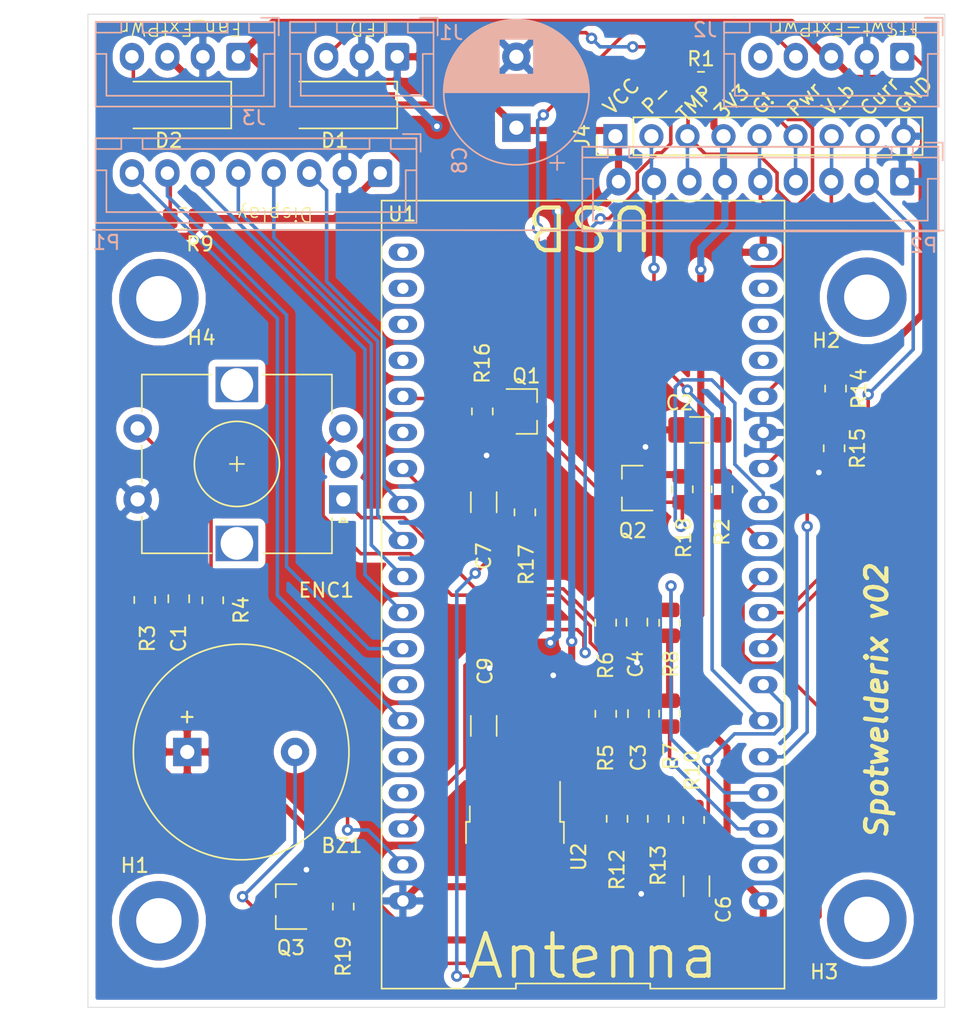
<source format=kicad_pcb>
(kicad_pcb (version 20171130) (host pcbnew "(5.1.9)-1")
  (title_block (title "Spotwelderix controlboard") (date 2021-01-30) (rev v01))
  (layers (0 F.Cu signal) (31 B.Cu signal) (34 B.Paste user) (35 F.Paste user) (36 B.SilkS user) (37 F.SilkS user) (38 B.Mask user) (39 F.Mask user) (44 Edge.Cuts user))
  (net 0 "")
  (net 1 "Net-(BZ1-Pad2)")
  (net 2 +5V)
  (net 3 GND)
  (net 4 VCC)
  (net 5 "Net-(P1-Pad8)")
  (net 6 "Net-(P1-Pad7)")
  (net 7 "Net-(P1-Pad6)")
  (net 8 "Net-(P1-Pad5)")
  (net 9 "Net-(P1-Pad4)")
  (net 10 "Net-(P1-Pad3)")
  (net 11 +3V3)
  (net 12 Dallas)
  (net 13 Gate_logic)
  (net 14 FAN)
  (net 15 BUZZ)
  (net 16 UI_RotEnc_Push)
  (net 17 UI_RotEnc_A)
  (net 18 UI_RotEnc_B)
  (net 19 "Net-(U1-Pad20)")
  (net 20 "Net-(U1-Pad21)")
  (net 21 "Net-(U1-Pad17)")
  (net 22 "Net-(U1-Pad22)")
  (net 23 "Net-(U1-Pad16)")
  (net 24 "Net-(U1-Pad32)")
  (net 25 "Net-(U1-Pad34)")
  (net 26 "Net-(U1-Pad35)")
  (net 27 "Net-(U1-Pad2)")
  (net 28 ExtPower)
  (net 29 LED)
  (net 30 FAN_GND)
  (net 31 "Net-(U1-Pad23)")
  (net 32 "Net-(U1-Pad25)")
  (net 33 "Net-(ENC1-PadA)")
  (net 34 "Net-(ENC1-PadB)")
  (net 35 "Net-(ENC1-PadS2)")
  (net 36 FootSwitch)
  (net 37 Shuntvoltage)
  (net 38 EnableSupply)
  (net 39 Vbat_ADC)
  (net 40 ChargerEna)
  (net 41 ProbeADC)
  (net 42 VCC_ADC)
  (net 43 ExtPWRADC)
  (net 44 "Net-(J2-Pad5)")
  (net 45 "Net-(J2-Pad4)")
  (net 46 "Net-(J2-Pad1)")
  (net 47 "Net-(U1-Pad18)")
  (net 48 "Net-(R2-Pad2)")
  (net 49 "Net-(R10-Pad2)")
  (module Rotary_Encoder:RotaryEncoder_Alps_EC12E-Switch_Vertical_H20mm (layer F.Cu) (at 43.2 54.2 180)
    (fp_text reference ENC1 (at 1.2 -6.4) (layer F.SilkS))
    (fp_text value "EC12D1524403 ")
    (pad S2 thru_hole circle (at 14.5 5 180) (size 2 2) (drill 1) (layers *.Cu *.Mask) (net 35 "Net-(ENC1-PadS2)"))
    (pad S1 thru_hole circle (at 14.5 0 180) (size 2 2) (drill 1) (layers *.Cu *.Mask) (net 3 GND))
    (pad MP thru_hole rect (at 7.5 8.1 180) (size 3 2.5) (drill 2.3) (layers *.Cu *.Mask))
    (pad MP thru_hole rect (at 7.5 -3.1 180) (size 3 2.5) (drill 2.3) (layers *.Cu *.Mask))
    (pad B thru_hole circle (at 0 5 180) (size 2 2) (drill 1) (layers *.Cu *.Mask) (net 34 "Net-(ENC1-PadB)"))
    (pad C thru_hole circle (at 0 2.5 180) (size 2 2) (drill 1) (layers *.Cu *.Mask) (net 3 GND))
    (pad A thru_hole rect (at 0 0 180) (size 2 2) (drill 1) (layers *.Cu *.Mask) (net 33 "Net-(ENC1-PadA)"))
  )
  (module Resistor_SMD:R_0805_2012Metric (layer F.Cu) (at 67.9 76.8 90)
    (fp_text reference R10 (at 3.5 -0.1 90) (layer F.SilkS))
    (fp_text value 47k)
    (pad 2 smd roundrect (at 0.9125 0 90) (size 1.025 1.4) (layers F.Cu F.Paste F.Mask) (roundrect_rratio 0.243902) (net 49 "Net-(R10-Pad2)"))
    (pad 1 smd roundrect (at -0.9125 0 90) (size 1.025 1.4) (layers F.Cu F.Paste F.Mask) (roundrect_rratio 0.243902) (net 42 VCC_ADC))
  )
  (module Connector_JST:JST_XH_B8B-XH-A_1x08_P2.50mm_Vertical (layer B.Cu) (at 45.8 31.2 180)
    (fp_text reference P1 (at 19.3 -4.9 180) (layer B.SilkS) (effects (justify mirror)))
    (fp_text value Display)
    (pad 8 thru_hole oval (at 17.5 0 180) (size 1.7 1.95) (drill 0.95) (layers *.Cu *.Mask) (net 5 "Net-(P1-Pad8)"))
    (pad 7 thru_hole oval (at 15 0 180) (size 1.7 1.95) (drill 0.95) (layers *.Cu *.Mask) (net 6 "Net-(P1-Pad7)"))
    (pad 6 thru_hole oval (at 12.5 0 180) (size 1.7 1.95) (drill 0.95) (layers *.Cu *.Mask) (net 7 "Net-(P1-Pad6)"))
    (pad 5 thru_hole oval (at 10 0 180) (size 1.7 1.95) (drill 0.95) (layers *.Cu *.Mask) (net 8 "Net-(P1-Pad5)"))
    (pad 4 thru_hole oval (at 7.5 0 180) (size 1.7 1.95) (drill 0.95) (layers *.Cu *.Mask) (net 9 "Net-(P1-Pad4)"))
    (pad 3 thru_hole oval (at 5 0 180) (size 1.7 1.95) (drill 0.95) (layers *.Cu *.Mask) (net 10 "Net-(P1-Pad3)"))
    (pad 2 thru_hole oval (at 2.5 0 180) (size 1.7 1.95) (drill 0.95) (layers *.Cu *.Mask) (net 3 GND))
    (pad 1 thru_hole roundrect (at 0 0 180) (size 1.7 1.95) (drill 0.95) (layers *.Cu *.Mask) (roundrect_rratio 0.147059) (net 11 +3V3))
  )
  (module Connector_JST:JST_XH_B5B-XH-A_1x05_P2.50mm_Vertical (layer B.Cu) (at 82.6 23 180)
    (fp_text reference J2 (at 13.9 1.9) (layer B.SilkS) (effects (justify mirror)))
    (fp_text value ChargerPower)
    (pad 5 thru_hole oval (at 10 0 180) (size 1.7 1.95) (drill 0.95) (layers *.Cu *.Mask) (net 44 "Net-(J2-Pad5)"))
    (pad 4 thru_hole oval (at 7.5 0 180) (size 1.7 1.95) (drill 0.95) (layers *.Cu *.Mask) (net 45 "Net-(J2-Pad4)"))
    (pad 3 thru_hole oval (at 5 0 180) (size 1.7 1.95) (drill 0.95) (layers *.Cu *.Mask) (net 28 ExtPower))
    (pad 2 thru_hole oval (at 2.5 0 180) (size 1.7 1.95) (drill 0.95) (layers *.Cu *.Mask) (net 3 GND))
    (pad 1 thru_hole roundrect (at 0 0 180) (size 1.7 1.95) (drill 0.95) (layers *.Cu *.Mask) (roundrect_rratio 0.147059) (net 46 "Net-(J2-Pad1)"))
  )
  (module Package_TO_SOT_SMD:TO-252-2 (layer F.Cu) (at 55.3 79.4 270)
    (fp_text reference U2 (at 0 -4.5 90) (layer F.SilkS))
    (fp_text value LM7805M_TO263)
    (pad 1 smd rect (at -4.2 -2.28 270) (size 2.2 1.2) (layers F.Cu F.Paste F.Mask) (net 4 VCC))
    (pad 3 smd rect (at -4.2 2.28 270) (size 2.2 1.2) (layers F.Cu F.Paste F.Mask) (net 2 +5V))
    (pad 2 smd rect (at 2.1 0 270) (size 6.4 5.8) (layers F.Cu F.Mask) (net 3 GND))
  )
  (module Resistor_SMD:R_0805_2012Metric (layer F.Cu) (at 43.2 82.9 90)
    (fp_text reference R19 (at -3.5 0 90) (layer F.SilkS))
    (fp_text value 10k)
    (pad 2 smd roundrect (at 0.9125 0 90) (size 1.025 1.4) (layers F.Cu F.Paste F.Mask) (roundrect_rratio 0.243902) (net 3 GND))
    (pad 1 smd roundrect (at -0.9125 0 90) (size 1.025 1.4) (layers F.Cu F.Paste F.Mask) (roundrect_rratio 0.243902) (net 15 BUZZ))
  )
  (module Resistor_SMD:R_0805_2012Metric (layer F.Cu) (at 67.1 53.4875 90)
    (fp_text reference R18 (at -3.4125 0.1 90) (layer F.SilkS))
    (fp_text value 10k)
    (pad 2 smd roundrect (at 0.9125 0 90) (size 1.025 1.4) (layers F.Cu F.Paste F.Mask) (roundrect_rratio 0.243902) (net 3 GND))
    (pad 1 smd roundrect (at -0.9125 0 90) (size 1.025 1.4) (layers F.Cu F.Paste F.Mask) (roundrect_rratio 0.243902) (net 14 FAN))
  )
  (module Resistor_SMD:R_0805_2012Metric (layer F.Cu) (at 53 48 270)
    (fp_text reference R16 (at -3.4 0 90) (layer F.SilkS))
    (fp_text value 10k)
    (pad 2 smd roundrect (at 0.9125 0 270) (size 1.025 1.4) (layers F.Cu F.Paste F.Mask) (roundrect_rratio 0.243902) (net 3 GND))
    (pad 1 smd roundrect (at -0.9125 0 270) (size 1.025 1.4) (layers F.Cu F.Paste F.Mask) (roundrect_rratio 0.243902) (net 40 ChargerEna))
  )
  (module Resistor_SMD:R_0805_2012Metric (layer F.Cu) (at 31.9125 34.4)
    (fp_text reference R9 (at 1.1875 1.8) (layer F.SilkS))
    (fp_text value 2.5k)
    (pad 2 smd roundrect (at 0.9125 0) (size 1.025 1.4) (layers F.Cu F.Paste F.Mask) (roundrect_rratio 0.243902) (net 11 +3V3))
    (pad 1 smd roundrect (at -0.9125 0) (size 1.025 1.4) (layers F.Cu F.Paste F.Mask) (roundrect_rratio 0.243902) (net 6 "Net-(P1-Pad7)"))
  )
  (module Resistor_SMD:R_0805_2012Metric (layer F.Cu) (at 66.2 62.9 270)
    (fp_text reference R8 (at 2.9 -0.1 90) (layer F.SilkS))
    (fp_text value 2.5k)
    (pad 2 smd roundrect (at 0.9125 0 270) (size 1.025 1.4) (layers F.Cu F.Paste F.Mask) (roundrect_rratio 0.243902) (net 11 +3V3))
    (pad 1 smd roundrect (at -0.9125 0 270) (size 1.025 1.4) (layers F.Cu F.Paste F.Mask) (roundrect_rratio 0.243902) (net 17 UI_RotEnc_A))
  )
  (module Resistor_SMD:R_0805_2012Metric (layer F.Cu) (at 66.2 69.3 90)
    (fp_text reference R7 (at -3 0.1 90) (layer F.SilkS))
    (fp_text value 2.5k)
    (pad 2 smd roundrect (at 0.9125 0 90) (size 1.025 1.4) (layers F.Cu F.Paste F.Mask) (roundrect_rratio 0.243902) (net 11 +3V3))
    (pad 1 smd roundrect (at -0.9125 0 90) (size 1.025 1.4) (layers F.Cu F.Paste F.Mask) (roundrect_rratio 0.243902) (net 18 UI_RotEnc_B))
  )
  (module Resistor_SMD:R_0805_2012Metric (layer F.Cu) (at 29.2 61.2875 90)
    (fp_text reference R3 (at -2.7125 0.2 90) (layer F.SilkS))
    (fp_text value 2.5k)
    (pad 2 smd roundrect (at 0.9125 0 90) (size 1.025 1.4) (layers F.Cu F.Paste F.Mask) (roundrect_rratio 0.243902) (net 11 +3V3))
    (pad 1 smd roundrect (at -0.9125 0 90) (size 1.025 1.4) (layers F.Cu F.Paste F.Mask) (roundrect_rratio 0.243902) (net 16 UI_RotEnc_Push))
  )
  (module Resistor_SMD:R_0805_2012Metric (layer F.Cu) (at 69.9 53.4875 270)
    (fp_text reference R2 (at 3.0125 0 90) (layer F.SilkS))
    (fp_text value 100)
    (pad 2 smd roundrect (at 0.9125 0 270) (size 1.025 1.4) (layers F.Cu F.Paste F.Mask) (roundrect_rratio 0.243902) (net 48 "Net-(R2-Pad2)"))
    (pad 1 smd roundrect (at -0.9125 0 270) (size 1.025 1.4) (layers F.Cu F.Paste F.Mask) (roundrect_rratio 0.243902) (net 13 Gate_logic))
  )
  (module Resistor_SMD:R_0805_2012Metric (layer F.Cu) (at 68.4125 24.8)
    (fp_text reference R1 (at 0 -1.65) (layer F.SilkS))
    (fp_text value 2.5k)
    (pad 2 smd roundrect (at 0.9125 0) (size 1.025 1.4) (layers F.Cu F.Paste F.Mask) (roundrect_rratio 0.243902) (net 11 +3V3))
    (pad 1 smd roundrect (at -0.9125 0) (size 1.025 1.4) (layers F.Cu F.Paste F.Mask) (roundrect_rratio 0.243902) (net 12 Dallas))
  )
  (module Connector_PinHeader_2.54mm:PinHeader_1x09_P2.54mm_Vertical (layer F.Cu) (at 62.38 28.6 90)
    (fp_text reference J4 (at 0 -2.33 90) (layer F.SilkS))
    (fp_text value Testpin)
    (pad 9 thru_hole oval (at 0 20.32 90) (size 1.7 1.7) (drill 1) (layers *.Cu *.Mask) (net 3 GND))
    (pad 8 thru_hole oval (at 0 17.78 90) (size 1.7 1.7) (drill 1) (layers *.Cu *.Mask) (net 37 Shuntvoltage))
    (pad 7 thru_hole oval (at 0 15.24 90) (size 1.7 1.7) (drill 1) (layers *.Cu *.Mask) (net 39 Vbat_ADC))
    (pad 6 thru_hole oval (at 0 12.7 90) (size 1.7 1.7) (drill 1) (layers *.Cu *.Mask) (net 38 EnableSupply))
    (pad 5 thru_hole oval (at 0 10.16 90) (size 1.7 1.7) (drill 1) (layers *.Cu *.Mask) (net 13 Gate_logic))
    (pad 4 thru_hole oval (at 0 7.62 90) (size 1.7 1.7) (drill 1) (layers *.Cu *.Mask) (net 11 +3V3))
    (pad 3 thru_hole oval (at 0 5.08 90) (size 1.7 1.7) (drill 1) (layers *.Cu *.Mask) (net 12 Dallas))
    (pad 2 thru_hole oval (at 0 2.54 90) (size 1.7 1.7) (drill 1) (layers *.Cu *.Mask) (net 41 ProbeADC))
    (pad 1 thru_hole rect (at 0 0 90) (size 1.7 1.7) (drill 1) (layers *.Cu *.Mask) (net 4 VCC))
  )
  (module Diode_SMD:D_SMA_Handsoldering (layer F.Cu) (at 30.9 26.4 180)
    (fp_text reference D2 (at 0 -2.5) (layer F.SilkS))
    (fp_text value D)
    (pad 2 smd rect (at 2.5 0 180) (size 3.5 1.8) (layers F.Cu F.Paste F.Mask) (net 30 FAN_GND))
    (pad 1 smd rect (at -2.5 0 180) (size 3.5 1.8) (layers F.Cu F.Paste F.Mask) (net 4 VCC))
  )
  (module Diode_SMD:D_SMA_Handsoldering (layer F.Cu) (at 42.6 26.4 180)
    (fp_text reference D1 (at 0 -2.5) (layer F.SilkS))
    (fp_text value D)
    (pad 2 smd rect (at 2.5 0 180) (size 3.5 1.8) (layers F.Cu F.Paste F.Mask) (net 28 ExtPower))
    (pad 1 smd rect (at -2.5 0 180) (size 3.5 1.8) (layers F.Cu F.Paste F.Mask) (net 4 VCC))
  )
  (module Capacitor_SMD:C_1206_3216Metric_Pad1.33x1.80mm_HandSolder (layer F.Cu) (at 53.1 70.1625 90)
    (fp_text reference C9 (at 3.8625 0.1 90) (layer F.SilkS))
    (fp_text value 10µ)
    (pad 2 smd roundrect (at 1.5625 0 90) (size 1.325 1.8) (layers F.Cu F.Paste F.Mask) (roundrect_rratio 0.188679) (net 3 GND))
    (pad 1 smd roundrect (at -1.5625 0 90) (size 1.325 1.8) (layers F.Cu F.Paste F.Mask) (roundrect_rratio 0.188679) (net 2 +5V))
  )
  (module Capacitor_SMD:C_1206_3216Metric_Pad1.33x1.80mm_HandSolder (layer F.Cu) (at 53.1 54.4 90)
    (fp_text reference C7 (at -3.8 0 90) (layer F.SilkS))
    (fp_text value 100p)
    (pad 2 smd roundrect (at 1.5625 0 90) (size 1.325 1.8) (layers F.Cu F.Paste F.Mask) (roundrect_rratio 0.188679) (net 3 GND))
    (pad 1 smd roundrect (at -1.5625 0 90) (size 1.325 1.8) (layers F.Cu F.Paste F.Mask) (roundrect_rratio 0.188679) (net 36 FootSwitch))
  )
  (module Capacitor_SMD:C_1206_3216Metric_Pad1.33x1.80mm_HandSolder (layer F.Cu) (at 68.1 81.4625 270)
    (fp_text reference C6 (at 1.6375 -1.9 90) (layer F.SilkS))
    (fp_text value 470p)
    (pad 2 smd roundrect (at 1.5625 0 270) (size 1.325 1.8) (layers F.Cu F.Paste F.Mask) (roundrect_rratio 0.188679) (net 3 GND))
    (pad 1 smd roundrect (at -1.5625 0 270) (size 1.325 1.8) (layers F.Cu F.Paste F.Mask) (roundrect_rratio 0.188679) (net 42 VCC_ADC))
  )
  (module Capacitor_SMD:C_1206_3216Metric_Pad1.33x1.80mm_HandSolder (layer F.Cu) (at 68.3375 49.3 180)
    (fp_text reference C2 (at 1.4375 1.9) (layer F.SilkS))
    (fp_text value 10n)
    (pad 2 smd roundrect (at 1.5625 0 180) (size 1.325 1.8) (layers F.Cu F.Paste F.Mask) (roundrect_rratio 0.188679) (net 3 GND))
    (pad 1 smd roundrect (at -1.5625 0 180) (size 1.325 1.8) (layers F.Cu F.Paste F.Mask) (roundrect_rratio 0.188679) (net 13 Gate_logic))
  )
  (module my_parts:ESP32_NODEMCU (layer F.Cu) (at 60.1 59.64 90)
    (fp_text reference U1 (at 25.55 -12.75) (layer F.SilkS))
    (fp_text value NodeMCU32)
    (pad 19 thru_hole oval (at 22.86 12.7 90) (size 1.2 2) (drill 0.8) (layers *.Cu *.Mask) (net 2 +5V))
    (pad 20 thru_hole oval (at 22.86 -12.7 90) (size 1.2 2) (drill 0.8) (layers *.Cu *.Mask) (net 19 "Net-(U1-Pad20)"))
    (pad 18 thru_hole oval (at 20.32 12.7 90) (size 1.2 2) (drill 0.8) (layers *.Cu *.Mask) (net 47 "Net-(U1-Pad18)"))
    (pad 21 thru_hole oval (at 20.32 -12.7 90) (size 1.2 2) (drill 0.8) (layers *.Cu *.Mask) (net 20 "Net-(U1-Pad21)"))
    (pad 17 thru_hole oval (at 17.78 12.7 90) (size 1.2 2) (drill 0.8) (layers *.Cu *.Mask) (net 21 "Net-(U1-Pad17)"))
    (pad 22 thru_hole oval (at 17.78 -12.7 90) (size 1.2 2) (drill 0.8) (layers *.Cu *.Mask) (net 22 "Net-(U1-Pad22)"))
    (pad 16 thru_hole oval (at 15.24 12.7 90) (size 1.2 2) (drill 0.8) (layers *.Cu *.Mask) (net 23 "Net-(U1-Pad16)"))
    (pad 23 thru_hole oval (at 15.24 -12.7 90) (size 1.2 2) (drill 0.8) (layers *.Cu *.Mask) (net 31 "Net-(U1-Pad23)"))
    (pad 15 thru_hole oval (at 12.7 12.7 90) (size 1.2 2) (drill 0.8) (layers *.Cu *.Mask) (net 12 Dallas))
    (pad 24 thru_hole oval (at 12.7 -12.7 90) (size 1.2 2) (drill 0.8) (layers *.Cu *.Mask) (net 40 ChargerEna))
    (pad 14 thru_hole oval (at 10.16 12.7 90) (size 1.2 2) (drill 0.8) (layers *.Cu *.Mask) (net 3 GND))
    (pad 25 thru_hole oval (at 10.16 -12.7 90) (size 1.2 2) (drill 0.8) (layers *.Cu *.Mask) (net 32 "Net-(U1-Pad25)"))
    (pad 13 thru_hole oval (at 7.62 12.7 90) (size 1.2 2) (drill 0.8) (layers *.Cu *.Mask) (net 29 LED))
    (pad 26 thru_hole oval (at 7.62 -12.7 90) (size 1.2 2) (drill 0.8) (layers *.Cu *.Mask) (net 36 FootSwitch))
    (pad 12 thru_hole oval (at 5.08 12.7 90) (size 1.2 2) (drill 0.8) (layers *.Cu *.Mask) (net 14 FAN))
    (pad 27 thru_hole oval (at 5.08 -12.7 90) (size 1.2 2) (drill 0.8) (layers *.Cu *.Mask) (net 10 "Net-(P1-Pad3)"))
    (pad 11 thru_hole oval (at 2.54 12.7 90) (size 1.2 2) (drill 0.8) (layers *.Cu *.Mask) (net 48 "Net-(R2-Pad2)"))
    (pad 28 thru_hole oval (at 2.54 -12.7 90) (size 1.2 2) (drill 0.8) (layers *.Cu *.Mask) (net 9 "Net-(P1-Pad4)"))
    (pad 10 thru_hole oval (at 0 12.7 90) (size 1.2 2) (drill 0.8) (layers *.Cu *.Mask) (net 15 BUZZ))
    (pad 29 thru_hole oval (at 0 -12.7 90) (size 1.2 2) (drill 0.8) (layers *.Cu *.Mask) (net 8 "Net-(P1-Pad5)"))
    (pad 9 thru_hole oval (at -2.54 12.7 90) (size 1.2 2) (drill 0.8) (layers *.Cu *.Mask) (net 43 ExtPWRADC))
    (pad 30 thru_hole oval (at -2.54 -12.7 90) (size 1.2 2) (drill 0.8) (layers *.Cu *.Mask) (net 7 "Net-(P1-Pad6)"))
    (pad 8 thru_hole oval (at -5.08 12.7 90) (size 1.2 2) (drill 0.8) (layers *.Cu *.Mask) (net 37 Shuntvoltage))
    (pad 31 thru_hole oval (at -5.08 -12.7 90) (size 1.2 2) (drill 0.8) (layers *.Cu *.Mask) (net 6 "Net-(P1-Pad7)"))
    (pad 7 thru_hole oval (at -7.62 12.7 90) (size 1.2 2) (drill 0.8) (layers *.Cu *.Mask) (net 42 VCC_ADC))
    (pad 32 thru_hole oval (at -7.62 -12.7 90) (size 1.2 2) (drill 0.8) (layers *.Cu *.Mask) (net 24 "Net-(U1-Pad32)"))
    (pad 6 thru_hole oval (at -10.16 12.7 90) (size 1.2 2) (drill 0.8) (layers *.Cu *.Mask) (net 41 ProbeADC))
    (pad 33 thru_hole oval (at -10.16 -12.7 90) (size 1.2 2) (drill 0.8) (layers *.Cu *.Mask) (net 5 "Net-(P1-Pad8)"))
    (pad 5 thru_hole oval (at -12.7 12.7 90) (size 1.2 2) (drill 0.8) (layers *.Cu *.Mask) (net 39 Vbat_ADC))
    (pad 34 thru_hole oval (at -12.7 -12.7 90) (size 1.2 2) (drill 0.8) (layers *.Cu *.Mask) (net 25 "Net-(U1-Pad34)"))
    (pad 4 thru_hole oval (at -15.24 12.7 90) (size 1.2 2) (drill 0.8) (layers *.Cu *.Mask) (net 17 UI_RotEnc_A))
    (pad 35 thru_hole oval (at -15.24 -12.7 90) (size 1.2 2) (drill 0.8) (layers *.Cu *.Mask) (net 26 "Net-(U1-Pad35)"))
    (pad 3 thru_hole oval (at -17.78 12.7 90) (size 1.2 2) (drill 0.8) (layers *.Cu *.Mask) (net 18 UI_RotEnc_B))
    (pad 36 thru_hole oval (at -17.78 -12.7 90) (size 1.2 2) (drill 0.8) (layers *.Cu *.Mask) (net 38 EnableSupply))
    (pad 2 thru_hole oval (at -20.32 12.7 90) (size 1.2 2) (drill 0.8) (layers *.Cu *.Mask) (net 27 "Net-(U1-Pad2)"))
    (pad 37 thru_hole oval (at -20.32 -12.7 90) (size 1.2 2) (drill 0.8) (layers *.Cu *.Mask) (net 16 UI_RotEnc_Push))
    (pad 1 thru_hole oval (at -22.86 12.7 90) (size 1.2 2) (drill 0.8) (layers *.Cu *.Mask) (net 11 +3V3))
    (pad 38 thru_hole oval (at -22.86 -12.7 90) (size 1.2 2) (drill 0.8) (layers *.Cu *.Mask) (net 3 GND))
  )
  (module Resistor_SMD:R_0805_2012Metric (layer F.Cu) (at 56 55.1125 270)
    (fp_text reference R17 (at 3.6875 -0.1 90) (layer F.SilkS))
    (fp_text value 100)
    (pad 2 smd roundrect (at 0.9125 0 270) (size 1.025 1.4) (layers F.Cu F.Paste F.Mask) (roundrect_rratio 0.2439014634146341) (net 46 "Net-(J2-Pad1)"))
    (pad 1 smd roundrect (at -0.9125 0 270) (size 1.025 1.4) (layers F.Cu F.Paste F.Mask) (roundrect_rratio 0.2439014634146341) (net 36 FootSwitch))
  )
  (module Resistor_SMD:R_0805_2012Metric (layer F.Cu) (at 77.8 50.6 270)
    (fp_text reference R15 (at 0 -1.65 90) (layer F.SilkS))
    (fp_text value 2.5k)
    (pad 2 smd roundrect (at 0.9125 0 270) (size 1.025 1.4) (layers F.Cu F.Paste F.Mask) (roundrect_rratio 0.2439014634146341) (net 3 GND))
    (pad 1 smd roundrect (at -0.9125 0 270) (size 1.025 1.4) (layers F.Cu F.Paste F.Mask) (roundrect_rratio 0.2439014634146341) (net 43 ExtPWRADC))
  )
  (module Resistor_SMD:R_0805_2012Metric (layer F.Cu) (at 77.9 46.3875 270)
    (fp_text reference R14 (at 0 -1.65 90) (layer F.SilkS))
    (fp_text value 15k)
    (pad 2 smd roundrect (at 0.9125 0 270) (size 1.025 1.4) (layers F.Cu F.Paste F.Mask) (roundrect_rratio 0.2439014634146341) (net 43 ExtPWRADC))
    (pad 1 smd roundrect (at -0.9125 0 270) (size 1.025 1.4) (layers F.Cu F.Paste F.Mask) (roundrect_rratio 0.2439014634146341) (net 28 ExtPower))
  )
  (module Package_TO_SOT_SMD:SOT-23 (layer F.Cu) (at 63.6 53.4 180)
    (fp_text reference Q2 (at 0 -3) (layer F.SilkS))
    (fp_text value AO3400A)
    (pad 3 smd rect (at 1 0 180) (size 0.9 0.8) (layers F.Cu F.Paste F.Mask) (net 30 FAN_GND))
    (pad 2 smd rect (at -1 0.95 180) (size 0.9 0.8) (layers F.Cu F.Paste F.Mask) (net 3 GND))
    (pad 1 smd rect (at -1 -0.95 180) (size 0.9 0.8) (layers F.Cu F.Paste F.Mask) (net 14 FAN))
  )
  (module Package_TO_SOT_SMD:SOT-23 (layer F.Cu) (at 39.2 82.9 180)
    (fp_text reference Q3 (at -0.3 -2.9) (layer F.SilkS))
    (fp_text value AO3400A)
    (pad 3 smd rect (at 1 0 180) (size 0.9 0.8) (layers F.Cu F.Paste F.Mask) (net 1 "Net-(BZ1-Pad2)"))
    (pad 2 smd rect (at -1 0.95 180) (size 0.9 0.8) (layers F.Cu F.Paste F.Mask) (net 3 GND))
    (pad 1 smd rect (at -1 -0.95 180) (size 0.9 0.8) (layers F.Cu F.Paste F.Mask) (net 15 BUZZ))
  )
  (module Package_TO_SOT_SMD:SOT-23 (layer F.Cu) (at 56.1 48)
    (fp_text reference Q1 (at 0 -2.5) (layer F.SilkS))
    (fp_text value AO3400A)
    (pad 3 smd rect (at 1 0) (size 0.9 0.8) (layers F.Cu F.Paste F.Mask) (net 45 "Net-(J2-Pad4)"))
    (pad 2 smd rect (at -1 0.95) (size 0.9 0.8) (layers F.Cu F.Paste F.Mask) (net 3 GND))
    (pad 1 smd rect (at -1 -0.95) (size 0.9 0.8) (layers F.Cu F.Paste F.Mask) (net 40 ChargerEna))
  )
  (module Connector_JST:JST_XH_B9B-XH-A_1x09_P2.50mm_Vertical (layer B.Cu) (at 82.6 31.8 180)
    (fp_text reference P2 (at -1.5 -4.5) (layer B.SilkS) (effects (justify mirror)))
    (fp_text value CONN_01X08)
    (pad 9 thru_hole oval (at 20 0 180) (size 1.7 1.95) (drill 0.95) (layers *.Cu *.Mask) (net 4 VCC))
    (pad 8 thru_hole oval (at 17.5 0 180) (size 1.7 1.95) (drill 0.95) (layers *.Cu *.Mask) (net 41 ProbeADC))
    (pad 7 thru_hole oval (at 15 0 180) (size 1.7 1.95) (drill 0.95) (layers *.Cu *.Mask) (net 12 Dallas))
    (pad 6 thru_hole oval (at 12.5 0 180) (size 1.7 1.95) (drill 0.95) (layers *.Cu *.Mask) (net 11 +3V3))
    (pad 5 thru_hole oval (at 10 0 180) (size 1.7 1.95) (drill 0.95) (layers *.Cu *.Mask) (net 13 Gate_logic))
    (pad 4 thru_hole oval (at 7.5 0 180) (size 1.7 1.95) (drill 0.95) (layers *.Cu *.Mask) (net 38 EnableSupply))
    (pad 3 thru_hole oval (at 5 0 180) (size 1.7 1.95) (drill 0.95) (layers *.Cu *.Mask) (net 39 Vbat_ADC))
    (pad 2 thru_hole oval (at 2.5 0 180) (size 1.7 1.95) (drill 0.95) (layers *.Cu *.Mask) (net 37 Shuntvoltage))
    (pad 1 thru_hole roundrect (at 0 0 180) (size 1.7 1.95) (drill 0.95) (layers *.Cu *.Mask) (roundrect_rratio 0.1470588235294118) (net 3 GND))
  )
  (module Connector_JST:JST_XH_B4B-XH-A_1x04_P2.50mm_Vertical (layer B.Cu) (at 35.8 23 180)
    (fp_text reference J3 (at -1.1 -4.3) (layer B.SilkS) (effects (justify mirror)))
    (fp_text value ExtPwr_FAn)
    (pad 4 thru_hole oval (at 7.5 0 180) (size 1.7 1.95) (drill 0.95) (layers *.Cu *.Mask) (net 30 FAN_GND))
    (pad 3 thru_hole oval (at 5 0 180) (size 1.7 1.95) (drill 0.95) (layers *.Cu *.Mask) (net 4 VCC))
    (pad 2 thru_hole oval (at 2.5 0 180) (size 1.7 1.95) (drill 0.95) (layers *.Cu *.Mask) (net 3 GND))
    (pad 1 thru_hole roundrect (at 0 0 180) (size 1.7 1.95) (drill 0.95) (layers *.Cu *.Mask) (roundrect_rratio 0.1470588235294118) (net 28 ExtPower))
  )
  (module Connector_JST:JST_XH_B3B-XH-A_1x03_P2.50mm_Vertical (layer B.Cu) (at 47 23 180)
    (fp_text reference J1 (at -3.8 1.7 180) (layer B.SilkS) (effects (justify mirror)))
    (fp_text value LEDs)
    (pad 3 thru_hole oval (at 5 0 180) (size 1.7 1.95) (drill 0.95) (layers *.Cu *.Mask) (net 29 LED))
    (pad 2 thru_hole oval (at 2.5 0 180) (size 1.7 1.95) (drill 0.95) (layers *.Cu *.Mask) (net 3 GND))
    (pad 1 thru_hole roundrect (at 0 0 180) (size 1.7 1.95) (drill 0.95) (layers *.Cu *.Mask) (roundrect_rratio 0.1470588235294118) (net 2 +5V))
  )
  (module Buzzer_Beeper:Buzzer_15x7.5RM7.6 (layer F.Cu) (at 32.2 72)
    (fp_text reference BZ1 (at 10.9 6.6) (layer F.SilkS))
    (fp_text value Buzzer)
    (fp_text user + (at -0.01 -2.54) (layer F.SilkS))
    (pad 2 thru_hole circle (at 7.6 0) (size 2 2) (drill 1) (layers *.Cu *.Mask) (net 1 "Net-(BZ1-Pad2)"))
    (pad 1 thru_hole rect (at 0 0) (size 2 2) (drill 1) (layers *.Cu *.Mask) (net 2 +5V))
  )
  (module Capacitor_THT:CP_Radial_D10.0mm_P5.00mm (layer B.Cu) (at 55.4 28 90)
    (fp_text reference C8 (at -2.3 -4 270) (layer B.SilkS) (effects (justify mirror)))
    (fp_text value 470µ)
    (pad 2 thru_hole circle (at 5 0 90) (size 2 2) (drill 1) (layers *.Cu *.Mask) (net 3 GND))
    (pad 1 thru_hole rect (at 0 0 90) (size 2 2) (drill 1) (layers *.Cu *.Mask) (net 4 VCC))
  )
  (module Resistor_SMD:R_0805_2012Metric (layer F.Cu) (at 34 61.3125 90)
    (fp_text reference R4 (at -0.6875 2 90) (layer F.SilkS))
    (fp_text value 100)
    (pad 2 smd roundrect (at 0.9125 0 90) (size 1.025 1.4) (layers F.Cu F.Paste F.Mask) (roundrect_rratio 0.2439014634146341) (net 35 "Net-(ENC1-PadS2)"))
    (pad 1 smd roundrect (at -0.9125 0 90) (size 1.025 1.4) (layers F.Cu F.Paste F.Mask) (roundrect_rratio 0.2439014634146341) (net 16 UI_RotEnc_Push))
  )
  (module Resistor_SMD:R_0805_2012Metric (layer F.Cu) (at 61.7 69.3125 90)
    (fp_text reference R5 (at -3.1125 0 90) (layer F.SilkS))
    (fp_text value 100)
    (pad 2 smd roundrect (at 0.9125 0 90) (size 1.025 1.4) (layers F.Cu F.Paste F.Mask) (roundrect_rratio 0.2439014634146341) (net 34 "Net-(ENC1-PadB)"))
    (pad 1 smd roundrect (at -0.9125 0 90) (size 1.025 1.4) (layers F.Cu F.Paste F.Mask) (roundrect_rratio 0.2439014634146341) (net 18 UI_RotEnc_B))
  )
  (module Capacitor_SMD:C_0805_2012Metric (layer F.Cu) (at 64 69.3 90)
    (fp_text reference C3 (at -3.1 0 90) (layer F.SilkS))
    (fp_text value 100p)
    (pad 2 smd roundrect (at 0.95 0 90) (size 1 1.45) (layers F.Cu F.Paste F.Mask) (net 3 GND))
    (pad 1 smd roundrect (at -0.95 0 90) (size 1 1.45) (layers F.Cu F.Paste F.Mask) (net 18 UI_RotEnc_B))
  )
  (module Capacitor_SMD:C_0805_2012Metric (layer F.Cu) (at 63.9 62.85 90)
    (fp_text reference C4 (at -2.95 -0.1 90) (layer F.SilkS))
    (fp_text value 100p)
    (pad 2 smd roundrect (at 0.95 0 90) (size 1 1.45) (layers F.Cu F.Paste F.Mask) (net 17 UI_RotEnc_A))
    (pad 1 smd roundrect (at -0.95 0 90) (size 1 1.45) (layers F.Cu F.Paste F.Mask) (net 3 GND))
  )
  (module Capacitor_SMD:C_0805_2012Metric (layer F.Cu) (at 31.6 61.2 90)
    (fp_text reference C1 (at -2.802 -0.008 90) (layer F.SilkS))
    (fp_text value 100p)
    (pad 2 smd roundrect (at 0.95 0 90) (size 1 1.45) (layers F.Cu F.Paste F.Mask) (net 3 GND))
    (pad 1 smd roundrect (at -0.95 0 90) (size 1 1.45) (layers F.Cu F.Paste F.Mask) (net 16 UI_RotEnc_Push))
  )
  (module Resistor_SMD:R_0805_2012Metric (layer F.Cu) (at 61.7 62.8875 270)
    (fp_text reference R6 (at 3.0125 0 90) (layer F.SilkS))
    (fp_text value 100)
    (pad 2 smd roundrect (at 0.9125 0 270) (size 1.025 1.4) (layers F.Cu F.Paste F.Mask) (roundrect_rratio 0.2439014634146341) (net 33 "Net-(ENC1-PadA)"))
    (pad 1 smd roundrect (at -0.9125 0 270) (size 1.025 1.4) (layers F.Cu F.Paste F.Mask) (roundrect_rratio 0.2439014634146341) (net 17 UI_RotEnc_A))
  )
  (module MountingHole:MountingHole_3.2mm_M3_DIN965_Pad_TopBottom (layer F.Cu) (at 80.1 83.8)
    (fp_text reference H3 (at -3 3.7) (layer F.SilkS))
    (fp_text value MountingHole)
    (pad 1 thru_hole circle (at 0 0) (size 3.6 3.6) (drill 3.2) (layers *.Cu *.Mask))
    (pad 1 connect circle (at 0 0) (size 5.6 5.6) (layers F.Cu F.Mask))
    (pad 1 connect circle (at 0 0) (size 5.6 5.6) (layers B.Cu B.Mask))
  )
  (module MountingHole:MountingHole_3.2mm_M3_DIN965_Pad_TopBottom (layer F.Cu) (at 30.2 83.9)
    (fp_text reference H1 (at -1.7 -3.9) (layer F.SilkS))
    (fp_text value MountingHole)
    (pad 1 thru_hole circle (at 0 0) (size 3.6 3.6) (drill 3.2) (layers *.Cu *.Mask))
    (pad 1 connect circle (at 0 0) (size 5.6 5.6) (layers F.Cu F.Mask))
    (pad 1 connect circle (at 0 0) (size 5.6 5.6) (layers B.Cu B.Mask))
  )
  (module MountingHole:MountingHole_3.2mm_M3_DIN965_Pad_TopBottom (layer F.Cu) (at 30.2 40.05)
    (fp_text reference H4 (at 3 2.75) (layer F.SilkS))
    (fp_text value MountingHole)
    (pad 1 thru_hole circle (at 0 0) (size 3.6 3.6) (drill 3.2) (layers *.Cu *.Mask))
    (pad 1 connect circle (at 0 0) (size 5.6 5.6) (layers F.Cu F.Mask))
    (pad 1 connect circle (at 0 0) (size 5.6 5.6) (layers B.Cu B.Mask))
  )
  (module MountingHole:MountingHole_3.2mm_M3_DIN965_Pad_TopBottom (layer F.Cu) (at 80.1 39.95)
    (fp_text reference H2 (at -2.85 3.05) (layer F.SilkS))
    (fp_text value MountingHole)
    (pad 1 thru_hole circle (at 0 0) (size 3.6 3.6) (drill 3.2) (layers *.Cu *.Mask))
    (pad 1 connect circle (at 0 0) (size 5.6 5.6) (layers F.Cu F.Mask))
    (pad 1 connect circle (at 0 0) (size 5.6 5.6) (layers B.Cu B.Mask))
  )
  (module Resistor_SMD:R_0805_2012Metric (layer F.Cu) (at 65.4 76.7125 270)
    (fp_text reference R13 (at 3.2875 0 90) (layer F.SilkS))
    (fp_text value 2.5k)
    (pad 2 smd roundrect (at 0.9125 0 270) (size 1.025 1.4) (layers F.Cu F.Paste F.Mask) (roundrect_rratio 0.2439014634146341) (net 3 GND))
    (pad 1 smd roundrect (at -0.9125 0 270) (size 1.025 1.4) (layers F.Cu F.Paste F.Mask) (roundrect_rratio 0.2439014634146341) (net 49 "Net-(R10-Pad2)"))
  )
  (module Resistor_SMD:R_0805_2012Metric (layer F.Cu) (at 62.5 76.7125 90)
    (fp_text reference R12 (at -3.5875 0 90) (layer F.SilkS))
    (fp_text value 15k)
    (pad 2 smd roundrect (at 0.9125 0 90) (size 1.025 1.4) (layers F.Cu F.Paste F.Mask) (roundrect_rratio 0.2439014634146341) (net 49 "Net-(R10-Pad2)"))
    (pad 1 smd roundrect (at -0.9125 0 90) (size 1.025 1.4) (layers F.Cu F.Paste F.Mask) (roundrect_rratio 0.2439014634146341) (net 4 VCC))
  )
  (gr_text USB (at 60.6 35 180) (layer F.SilkS) (effects (font (size 3 3) (thickness 0.3))))
  (gr_text Fan_ExtPWr (at 31.8 21 180) (layer F.SilkS) (effects (font (size 1 1) (thickness 0.1))))
  (gr_text GND (at 83.4 25.7 45) (layer F.SilkS) (effects (font (size 1 1))))
  (gr_text Curr (at 81 25.8 45) (layer F.SilkS) (effects (font (size 1 1))))
  (gr_text V_b (at 78.1 26 45) (layer F.SilkS) (effects (font (size 1 1))))
  (gr_text Pwr (at 75.7 26 45) (layer F.SilkS) (effects (font (size 1 1))))
  (gr_text G! (at 72.8 26.3 45) (layer F.SilkS) (effects (font (size 1 1))))
  (gr_text 3V3 (at 70.6 26.2 45) (layer F.SilkS) (effects (font (size 1 1))))
  (gr_text TMP (at 68 26.3 45) (layer F.SilkS) (effects (font (size 1 1))))
  (gr_text P- (at 65.3 26 45) (layer F.SilkS) (effects (font (size 1 1))))
  (gr_text VCC (at 62.8 25.8 45) (layer F.SilkS) (effects (font (size 1 1))))
  (gr_text LED (at 45 21 180) (layer F.SilkS) (effects (font (size 1 1) (thickness 0.1))))
  (gr_text FtSwt-ExtPwr (at 78.7 21 180) (layer F.SilkS) (effects (font (size 1 1) (thickness 0.1))))
  (gr_line (start 25.55 35.2) (end 85.5 35.25) (layer B.SilkS) (width 0.12))
  (gr_line (start 25.2 20) (end 25.2 90) (layer Edge.Cuts) (width 0.05))
  (gr_line (start 85.6 20) (end 25.2 20) (layer Edge.Cuts) (width 0.05))
  (gr_line (start 85.6 90) (end 85.6 20) (layer Edge.Cuts) (width 0.05))
  (gr_text Display (at 38.4 34.1 180) (layer F.SilkS) (effects (font (size 1 1) (thickness 0.1))))
  (gr_text "Antenna\n" (at 60.8 86.4) (layer F.SilkS) (effects (font (size 3 3) (thickness 0.3))))
  (gr_text "Spotwelderix v02\n" (at 80.8 68.4 90) (layer F.SilkS) (effects (font (size 1.5 1.5) (thickness 0.3) italic)))
  (gr_line (start 25.2 90) (end 85.6 90) (layer Edge.Cuts) (width 0.05))
  (via (at 36.1 82.2) (size 0.8) (drill 0.4) (layers F.Cu B.Cu) (net 1))
  (segment (start 36.8 82.9) (end 36.1 82.2) (width 0.25) (layer F.Cu) (net 1))
  (segment (start 38.2 82.9) (end 36.8 82.9) (width 0.25) (layer F.Cu) (net 1))
  (segment (start 39.8 78.5) (end 39.8 72) (width 0.25) (layer B.Cu) (net 1))
  (segment (start 36.1 82.2) (end 39.8 78.5) (width 0.25) (layer B.Cu) (net 1))
  (segment (start 72.8 36.78) (end 61.189998 36.78) (width 0.5) (layer F.Cu) (net 2))
  (via (at 57.8 64.3) (size 0.8) (drill 0.4) (layers F.Cu B.Cu) (net 2))
  (segment (start 54.55001 67.54999) (end 57.8 64.3) (width 0.5) (layer F.Cu) (net 2))
  (segment (start 54.55001 70.27499) (end 54.55001 67.54999) (width 0.5) (layer F.Cu) (net 2))
  (segment (start 53.1 71.725) (end 54.55001 70.27499) (width 0.5) (layer F.Cu) (net 2))
  (via (at 58.304999 33.895001) (size 0.8) (drill 0.4) (layers F.Cu B.Cu) (net 2))
  (segment (start 58.304999 63.795001) (end 58.304999 33.895001) (width 0.5) (layer B.Cu) (net 2))
  (segment (start 57.8 64.3) (end 58.304999 63.795001) (width 0.5) (layer B.Cu) (net 2))
  (segment (start 61.189998 36.78) (end 58.304999 33.895001) (width 0.5) (layer F.Cu) (net 2))
  (segment (start 58.304999 33.895001) (end 56.495001 33.895001) (width 0.5) (layer F.Cu) (net 2))
  (segment (start 36.321386 72) (end 32.2 72) (width 0.5) (layer F.Cu) (net 2))
  (segment (start 42.891396 78.57001) (end 36.321386 72) (width 0.5) (layer F.Cu) (net 2))
  (segment (start 49.64999 78.57001) (end 42.891396 78.57001) (width 0.5) (layer F.Cu) (net 2))
  (segment (start 53.02 75.2) (end 49.64999 78.57001) (width 0.5) (layer F.Cu) (net 2))
  (via (at 49.8 27.9) (size 0.8) (drill 0.4) (layers F.Cu B.Cu) (net 2))
  (segment (start 55.795001 33.895001) (end 49.8 27.9) (width 0.5) (layer F.Cu) (net 2))
  (segment (start 56.495001 33.895001) (end 55.795001 33.895001) (width 0.5) (layer F.Cu) (net 2))
  (segment (start 47 25.1) (end 47 23) (width 0.5) (layer B.Cu) (net 2))
  (segment (start 49.8 27.9) (end 47 25.1) (width 0.5) (layer B.Cu) (net 2))
  (via (at 53.3 51.1) (size 0.8) (drill 0.4) (layers F.Cu B.Cu) (net 3))
  (segment (start 53.1 51.3) (end 53.3 51.1) (width 0.5) (layer F.Cu) (net 3))
  (segment (start 53.1 52.8375) (end 53.1 51.3) (width 0.5) (layer F.Cu) (net 3))
  (segment (start 53 50.8) (end 53.3 51.1) (width 0.5) (layer F.Cu) (net 3))
  (segment (start 53 48.9125) (end 53 50.8) (width 0.5) (layer F.Cu) (net 3))
  (segment (start 53.0375 48.95) (end 53 48.9125) (width 0.5) (layer F.Cu) (net 3))
  (segment (start 55.1 48.95) (end 53.0375 48.95) (width 0.5) (layer F.Cu) (net 3))
  (segment (start 66.975 52.45) (end 67.1 52.575) (width 0.5) (layer F.Cu) (net 3))
  (segment (start 64.6 52.45) (end 66.975 52.45) (width 0.5) (layer F.Cu) (net 3))
  (via (at 64.5 50.5) (size 0.8) (drill 0.4) (layers F.Cu B.Cu) (net 3))
  (segment (start 64.6 50.6) (end 64.5 50.5) (width 0.5) (layer F.Cu) (net 3))
  (segment (start 64.6 52.45) (end 64.6 50.6) (width 0.5) (layer F.Cu) (net 3))
  (via (at 63.9 65.7) (size 0.8) (drill 0.4) (layers F.Cu B.Cu) (net 3))
  (segment (start 63.9 63.8) (end 63.9 65.7) (width 0.5) (layer F.Cu) (net 3))
  (segment (start 64 65.8) (end 63.9 65.7) (width 0.5) (layer F.Cu) (net 3))
  (segment (start 64 68.35) (end 64 65.8) (width 0.5) (layer F.Cu) (net 3))
  (via (at 58 66.6) (size 0.8) (drill 0.4) (layers F.Cu B.Cu) (net 3))
  (segment (start 57.7 66.9) (end 58 66.6) (width 0.5) (layer F.Cu) (net 3))
  (segment (start 57.7 68.575) (end 57.7 66.9) (width 0.5) (layer F.Cu) (net 3))
  (segment (start 53.1 66.5) (end 53.5 66.1) (width 0.5) (layer F.Cu) (net 3))
  (via (at 53.5 66.1) (size 0.8) (drill 0.4) (layers F.Cu B.Cu) (net 3))
  (segment (start 53.1 68.6) (end 53.1 66.5) (width 0.5) (layer F.Cu) (net 3))
  (segment (start 48.4 81.5) (end 47.4 82.5) (width 0.5) (layer F.Cu) (net 3))
  (segment (start 55.3 81.5) (end 48.4 81.5) (width 0.5) (layer F.Cu) (net 3))
  (segment (start 61.525 81.5) (end 65.4 77.625) (width 0.5) (layer F.Cu) (net 3))
  (segment (start 55.3 81.5) (end 61.525 81.5) (width 0.5) (layer F.Cu) (net 3))
  (via (at 64.2 82) (size 0.8) (drill 0.4) (layers F.Cu B.Cu) (net 3))
  (segment (start 63.7 81.5) (end 64.2 82) (width 0.5) (layer F.Cu) (net 3))
  (segment (start 61.525 81.5) (end 63.7 81.5) (width 0.5) (layer F.Cu) (net 3))
  (segment (start 31.6 57.1) (end 28.7 54.2) (width 0.5) (layer F.Cu) (net 3))
  (segment (start 31.6 60.25) (end 31.6 57.1) (width 0.5) (layer F.Cu) (net 3))
  (segment (start 43.1625 81.95) (end 43.2 81.9875) (width 0.5) (layer F.Cu) (net 3))
  (segment (start 40.2 81.95) (end 43.1625 81.95) (width 0.5) (layer F.Cu) (net 3))
  (via (at 40.6 80.3) (size 0.8) (drill 0.4) (layers F.Cu B.Cu) (net 3))
  (segment (start 40.2 80.7) (end 40.6 80.3) (width 0.5) (layer F.Cu) (net 3))
  (segment (start 40.2 81.95) (end 40.2 80.7) (width 0.5) (layer F.Cu) (net 3))
  (segment (start 77.7 51.6125) (end 77.8 51.5125) (width 0.5) (layer F.Cu) (net 3))
  (via (at 76.725 52.3) (size 0.8) (drill 0.4) (layers F.Cu B.Cu) (net 3))
  (segment (start 77.5125 51.5125) (end 76.725 52.3) (width 0.5) (layer F.Cu) (net 3))
  (segment (start 77.8 51.5125) (end 77.5125 51.5125) (width 0.5) (layer F.Cu) (net 3))
  (segment (start 52.900001 50.700001) (end 53.3 51.1) (width 0.5) (layer F.Cu) (net 3))
  (segment (start 65.7 49.3) (end 64.5 50.5) (width 0.5) (layer F.Cu) (net 3))
  (segment (start 66.775 49.3) (end 65.7 49.3) (width 0.5) (layer F.Cu) (net 3))
  (segment (start 65.225 83.025) (end 64.2 82) (width 0.25) (layer F.Cu) (net 3))
  (segment (start 68.1 83.025) (end 65.225 83.025) (width 0.25) (layer F.Cu) (net 3))
  (segment (start 57.58 71.82) (end 57.7 71.7) (width 0.5) (layer F.Cu) (net 4))
  (segment (start 57.58 75.2) (end 57.58 71.82) (width 0.5) (layer F.Cu) (net 4))
  (via (at 59.3 64.2) (size 0.8) (drill 0.4) (layers F.Cu B.Cu) (net 4))
  (segment (start 59.3 70.1) (end 59.3 64.2) (width 0.5) (layer F.Cu) (net 4))
  (segment (start 57.7 71.7) (end 59.3 70.1) (width 0.5) (layer F.Cu) (net 4))
  (segment (start 59.3 35.1) (end 62.6 31.8) (width 0.5) (layer B.Cu) (net 4))
  (segment (start 59.3 64.2) (end 59.3 35.1) (width 0.5) (layer B.Cu) (net 4))
  (segment (start 60.005 77.625) (end 62.5 77.625) (width 0.5) (layer F.Cu) (net 4))
  (segment (start 57.58 75.2) (end 60.005 77.625) (width 0.5) (layer F.Cu) (net 4))
  (segment (start 62.6 28.58) (end 62.22 28.2) (width 0.5) (layer F.Cu) (net 4))
  (segment (start 62.6 31.8) (end 62.6 28.58) (width 0.5) (layer F.Cu) (net 4))
  (segment (start 55.6 28.2) (end 55.4 28) (width 0.5) (layer F.Cu) (net 4))
  (segment (start 62.22 28.2) (end 55.6 28.2) (width 0.5) (layer F.Cu) (net 4))
  (segment (start 33.4 25.6) (end 30.8 23) (width 0.5) (layer F.Cu) (net 4))
  (segment (start 33.4 26.4) (end 33.4 25.6) (width 0.5) (layer F.Cu) (net 4))
  (segment (start 43.649999 27.850001) (end 45.1 26.4) (width 0.5) (layer F.Cu) (net 4))
  (segment (start 34.850001 27.850001) (end 43.649999 27.850001) (width 0.5) (layer F.Cu) (net 4))
  (segment (start 33.4 26.4) (end 34.850001 27.850001) (width 0.5) (layer F.Cu) (net 4))
  (segment (start 53.8 26.4) (end 55.4 28) (width 0.5) (layer F.Cu) (net 4))
  (segment (start 45.1 26.4) (end 53.8 26.4) (width 0.5) (layer F.Cu) (net 4))
  (segment (start 38.55 41.45) (end 28.3 31.2) (width 0.25) (layer B.Cu) (net 5))
  (segment (start 38.55 60.95) (end 40.4 62.8) (width 0.25) (layer B.Cu) (net 5))
  (segment (start 38.55 41.45) (end 38.55 60.95) (width 0.25) (layer B.Cu) (net 5))
  (segment (start 47.4 69.8) (end 40.4 62.8) (width 0.25) (layer B.Cu) (net 5))
  (segment (start 30.8 31.2) (end 30.8 32.8) (width 0.25) (layer B.Cu) (net 6))
  (segment (start 31 31.4) (end 30.8 31.2) (width 0.25) (layer F.Cu) (net 6))
  (segment (start 31 34.4) (end 31 31.4) (width 0.25) (layer F.Cu) (net 6))
  (segment (start 39.2 41.2) (end 39.2 58.94) (width 0.25) (layer B.Cu) (net 6))
  (segment (start 44.98 64.72) (end 47.4 64.72) (width 0.25) (layer B.Cu) (net 6))
  (segment (start 39.2 58.94) (end 44.98 64.72) (width 0.25) (layer B.Cu) (net 6))
  (segment (start 30.8 32.8) (end 39.2 41.2) (width 0.25) (layer B.Cu) (net 6))
  (segment (start 44.72496 59.50496) (end 44.72496 43.62496) (width 0.25) (layer B.Cu) (net 7))
  (segment (start 47.4 62.18) (end 44.72496 59.50496) (width 0.25) (layer B.Cu) (net 7))
  (segment (start 33.3 32.2) (end 33.3 31.2) (width 0.25) (layer B.Cu) (net 7))
  (segment (start 44.72496 43.62496) (end 33.3 32.2) (width 0.25) (layer B.Cu) (net 7))
  (segment (start 45.17497 57.41497) (end 45.17497 43.24779) (width 0.25) (layer B.Cu) (net 8))
  (segment (start 47.4 59.64) (end 45.17497 57.41497) (width 0.25) (layer B.Cu) (net 8))
  (segment (start 35.8 33.87282) (end 35.8 31.2) (width 0.25) (layer B.Cu) (net 8))
  (segment (start 45.17497 43.24779) (end 35.8 33.87282) (width 0.25) (layer B.Cu) (net 8))
  (segment (start 47.4 57.1) (end 45.62498 55.32498) (width 0.25) (layer B.Cu) (net 9))
  (segment (start 38.3 35.73641) (end 38.3 31.2) (width 0.25) (layer B.Cu) (net 9))
  (segment (start 45.62498 43.06139) (end 38.3 35.73641) (width 0.25) (layer B.Cu) (net 9))
  (segment (start 45.62498 55.32498) (end 45.62498 43.06139) (width 0.25) (layer B.Cu) (net 9))
  (segment (start 46.07499 53.23499) (end 46.07499 42.87499) (width 0.25) (layer B.Cu) (net 10))
  (segment (start 47.4 54.56) (end 46.07499 53.23499) (width 0.25) (layer B.Cu) (net 10))
  (segment (start 42.02499 32.42499) (end 40.8 31.2) (width 0.25) (layer B.Cu) (net 10))
  (segment (start 42.02499 38.82499) (end 42.02499 32.42499) (width 0.25) (layer B.Cu) (net 10))
  (segment (start 46.07499 42.87499) (end 42.02499 38.82499) (width 0.25) (layer B.Cu) (net 10))
  (segment (start 70 31.7) (end 70.1 31.8) (width 0.5) (layer B.Cu) (net 11))
  (segment (start 70 28.6) (end 70 31.7) (width 0.5) (layer B.Cu) (net 11))
  (segment (start 68.4 62.3125) (end 68.4 38) (width 0.5) (layer F.Cu) (net 11))
  (via (at 68.4 38) (size 0.8) (drill 0.4) (layers F.Cu B.Cu) (net 11))
  (segment (start 66.9 63.8125) (end 68.4 62.3125) (width 0.5) (layer F.Cu) (net 11))
  (segment (start 66.2 63.8125) (end 66.9 63.8125) (width 0.5) (layer F.Cu) (net 11))
  (segment (start 68.4 38) (end 68.4 36.5) (width 0.5) (layer B.Cu) (net 11))
  (segment (start 70.1 34.8) (end 70.1 31.8) (width 0.5) (layer B.Cu) (net 11))
  (segment (start 68.4 36.5) (end 70.1 34.8) (width 0.5) (layer B.Cu) (net 11))
  (segment (start 69.325 27.925) (end 70 28.6) (width 0.5) (layer F.Cu) (net 11))
  (segment (start 69.325 24.8) (end 69.325 27.925) (width 0.5) (layer F.Cu) (net 11))
  (segment (start 32.825 35.1) (end 32.825 34.4) (width 0.5) (layer F.Cu) (net 11))
  (segment (start 29.141988 35.65001) (end 32.27499 35.65001) (width 0.5) (layer F.Cu) (net 11))
  (segment (start 26.449999 38.341999) (end 29.141988 35.65001) (width 0.5) (layer F.Cu) (net 11))
  (segment (start 26.449999 57.624999) (end 26.449999 38.341999) (width 0.5) (layer F.Cu) (net 11))
  (segment (start 32.27499 35.65001) (end 32.825 35.1) (width 0.5) (layer F.Cu) (net 11))
  (segment (start 29.2 60.375) (end 26.449999 57.624999) (width 0.5) (layer F.Cu) (net 11))
  (segment (start 42.6 34.4) (end 45.8 31.2) (width 0.5) (layer F.Cu) (net 11))
  (segment (start 32.825 34.4) (end 42.6 34.4) (width 0.5) (layer F.Cu) (net 11))
  (segment (start 70.25001 71.73751) (end 66.9 68.3875) (width 0.5) (layer F.Cu) (net 11))
  (segment (start 70.25001 79.95001) (end 70.25001 71.73751) (width 0.5) (layer F.Cu) (net 11))
  (segment (start 66.9 68.3875) (end 66.2 68.3875) (width 0.5) (layer F.Cu) (net 11))
  (segment (start 72.8 82.5) (end 70.25001 79.95001) (width 0.5) (layer F.Cu) (net 11))
  (segment (start 66.2 68.3875) (end 66.2 63.8125) (width 0.5) (layer F.Cu) (net 11))
  (segment (start 72.8 82.5) (end 72.8 83.7) (width 0.5) (layer F.Cu) (net 11))
  (segment (start 44.45001 81.260008) (end 39.090002 75.9) (width 0.5) (layer F.Cu) (net 11))
  (segment (start 44.45001 81.576369) (end 44.45001 81.260008) (width 0.5) (layer F.Cu) (net 11))
  (segment (start 71.249999 85.250001) (end 48.123642 85.250001) (width 0.5) (layer F.Cu) (net 11))
  (segment (start 48.123642 85.250001) (end 44.45001 81.576369) (width 0.5) (layer F.Cu) (net 11))
  (segment (start 72.8 83.7) (end 71.249999 85.250001) (width 0.5) (layer F.Cu) (net 11))
  (segment (start 28.5 60.375) (end 29.2 60.375) (width 0.5) (layer F.Cu) (net 11))
  (segment (start 27.94999 60.92501) (end 28.5 60.375) (width 0.5) (layer F.Cu) (net 11))
  (segment (start 33.109998 75.9) (end 27.94999 70.739992) (width 0.5) (layer F.Cu) (net 11))
  (segment (start 27.94999 70.739992) (end 27.94999 60.92501) (width 0.5) (layer F.Cu) (net 11))
  (segment (start 39.090002 75.9) (end 33.109998 75.9) (width 0.5) (layer F.Cu) (net 11))
  (segment (start 67.46 31.66) (end 67.6 31.8) (width 0.25) (layer B.Cu) (net 12))
  (segment (start 67.46 28.6) (end 67.46 31.66) (width 0.25) (layer B.Cu) (net 12))
  (segment (start 73.77501 31.188295) (end 72.461716 29.875001) (width 0.25) (layer F.Cu) (net 12))
  (segment (start 73.77501 32.411705) (end 73.77501 31.188295) (width 0.25) (layer F.Cu) (net 12))
  (segment (start 74.675019 33.311714) (end 73.77501 32.411705) (width 0.25) (layer F.Cu) (net 12))
  (segment (start 74.675019 45.064981) (end 74.675019 33.311714) (width 0.25) (layer F.Cu) (net 12))
  (segment (start 68.735001 29.875001) (end 67.46 28.6) (width 0.25) (layer F.Cu) (net 12))
  (segment (start 72.461716 29.875001) (end 68.735001 29.875001) (width 0.25) (layer F.Cu) (net 12))
  (segment (start 72.8 46.94) (end 74.675019 45.064981) (width 0.25) (layer F.Cu) (net 12))
  (segment (start 67.5 28.56) (end 67.46 28.6) (width 0.25) (layer F.Cu) (net 12))
  (segment (start 67.5 24.8) (end 67.5 28.56) (width 0.25) (layer F.Cu) (net 12))
  (segment (start 73.624573 37.80501) (end 74.22501 37.204573) (width 0.25) (layer F.Cu) (net 13))
  (segment (start 71.975427 37.80501) (end 73.624573 37.80501) (width 0.25) (layer F.Cu) (net 13))
  (segment (start 72.6 33) (end 74.22501 34.62501) (width 0.25) (layer F.Cu) (net 13))
  (segment (start 72.6 31.8) (end 72.6 33) (width 0.25) (layer F.Cu) (net 13))
  (segment (start 74.22501 37.204573) (end 74.22501 34.62501) (width 0.25) (layer F.Cu) (net 13))
  (segment (start 72.54 31.74) (end 72.6 31.8) (width 0.25) (layer B.Cu) (net 13))
  (segment (start 72.54 28.6) (end 72.54 31.74) (width 0.25) (layer B.Cu) (net 13))
  (segment (start 69.9 52.575) (end 69.9 49.3) (width 0.25) (layer F.Cu) (net 13))
  (segment (start 69.9 39.880438) (end 70.090219 39.690219) (width 0.25) (layer F.Cu) (net 13))
  (segment (start 69.9 49.3) (end 69.9 39.880438) (width 0.25) (layer F.Cu) (net 13))
  (segment (start 70.090219 39.690219) (end 71.975427 37.80501) (width 0.25) (layer F.Cu) (net 13))
  (segment (start 70 39.780437) (end 70.090219 39.690219) (width 0.25) (layer F.Cu) (net 13))
  (segment (start 64.65 54.4) (end 64.6 54.35) (width 0.25) (layer F.Cu) (net 14))
  (segment (start 67.1 54.4) (end 64.65 54.4) (width 0.25) (layer F.Cu) (net 14))
  (via (at 67 56.1) (size 0.8) (drill 0.4) (layers F.Cu B.Cu) (net 14))
  (segment (start 67.1 56) (end 67 56.1) (width 0.25) (layer F.Cu) (net 14))
  (segment (start 67.1 54.4) (end 67.1 56) (width 0.25) (layer F.Cu) (net 14))
  (segment (start 69.174999 45.774999) (end 70.8 47.4) (width 0.25) (layer B.Cu) (net 14))
  (segment (start 67.101999 45.774999) (end 69.174999 45.774999) (width 0.25) (layer B.Cu) (net 14))
  (segment (start 66.600001 46.276997) (end 67.101999 45.774999) (width 0.25) (layer B.Cu) (net 14))
  (segment (start 66.600001 55.700001) (end 66.600001 46.276997) (width 0.25) (layer B.Cu) (net 14))
  (segment (start 67 56.1) (end 66.600001 55.700001) (width 0.25) (layer B.Cu) (net 14))
  (segment (start 72.8 53.728161) (end 72.8 54.56) (width 0.25) (layer B.Cu) (net 14))
  (segment (start 70.8 51.728161) (end 72.8 53.728161) (width 0.25) (layer B.Cu) (net 14))
  (segment (start 70.8 47.4) (end 70.8 51.728161) (width 0.25) (layer B.Cu) (net 14))
  (segment (start 43.2 83.8125) (end 43.2 84.8) (width 0.25) (layer F.Cu) (net 15))
  (segment (start 43.2 84.8) (end 45.3 86.9) (width 0.25) (layer F.Cu) (net 15))
  (segment (start 73.5 86.9) (end 76.8 83.6) (width 0.25) (layer F.Cu) (net 15))
  (segment (start 45.3 86.9) (end 73.5 86.9) (width 0.25) (layer F.Cu) (net 15))
  (segment (start 71.37499 61.06501) (end 72.8 59.64) (width 0.25) (layer F.Cu) (net 15))
  (segment (start 71.37499 65.144573) (end 71.37499 61.06501) (width 0.25) (layer F.Cu) (net 15))
  (segment (start 71.975427 65.74501) (end 71.37499 65.144573) (width 0.25) (layer F.Cu) (net 15))
  (segment (start 73.624573 65.74501) (end 71.975427 65.74501) (width 0.25) (layer F.Cu) (net 15))
  (segment (start 76.8 68.920437) (end 73.624573 65.74501) (width 0.25) (layer F.Cu) (net 15))
  (segment (start 76.8 83.6) (end 76.8 68.920437) (width 0.25) (layer F.Cu) (net 15))
  (segment (start 43.1625 83.85) (end 43.2 83.8125) (width 0.5) (layer F.Cu) (net 15))
  (segment (start 40.2 83.85) (end 43.1625 83.85) (width 0.5) (layer F.Cu) (net 15))
  (segment (start 31.55 62.2) (end 31.6 62.15) (width 0.25) (layer F.Cu) (net 16))
  (segment (start 29.2 62.2) (end 31.55 62.2) (width 0.25) (layer F.Cu) (net 16))
  (segment (start 33.925 62.15) (end 34 62.225) (width 0.25) (layer F.Cu) (net 16))
  (segment (start 31.6 62.15) (end 33.925 62.15) (width 0.25) (layer F.Cu) (net 16))
  (via (at 43.5 77.5) (size 0.8) (drill 0.4) (layers F.Cu B.Cu) (net 16))
  (segment (start 43.5 71.025) (end 43.5 77.5) (width 0.25) (layer F.Cu) (net 16))
  (segment (start 34.7 62.225) (end 43.5 71.025) (width 0.25) (layer F.Cu) (net 16))
  (segment (start 34 62.225) (end 34.7 62.225) (width 0.25) (layer F.Cu) (net 16))
  (segment (start 44.94 77.5) (end 47.4 79.96) (width 0.25) (layer B.Cu) (net 16))
  (segment (start 43.5 77.5) (end 44.94 77.5) (width 0.25) (layer B.Cu) (net 16))
  (via (at 66.3 60.3) (size 0.8) (drill 0.4) (layers F.Cu B.Cu) (net 17))
  (segment (start 66.3 71.073002) (end 66.3 60.3) (width 0.25) (layer B.Cu) (net 17))
  (segment (start 70.106998 74.88) (end 66.3 71.073002) (width 0.25) (layer B.Cu) (net 17))
  (segment (start 72.8 74.88) (end 70.106998 74.88) (width 0.25) (layer B.Cu) (net 17))
  (segment (start 66.3 61.8875) (end 66.2 61.9875) (width 0.25) (layer F.Cu) (net 17))
  (segment (start 66.3 60.3) (end 66.3 61.8875) (width 0.25) (layer F.Cu) (net 17))
  (segment (start 63.9875 61.9875) (end 63.9 61.9) (width 0.25) (layer F.Cu) (net 17))
  (segment (start 66.2 61.9875) (end 63.9875 61.9875) (width 0.25) (layer F.Cu) (net 17))
  (segment (start 61.775 61.9) (end 61.7 61.975) (width 0.25) (layer F.Cu) (net 17))
  (segment (start 63.9 61.9) (end 61.775 61.9) (width 0.25) (layer F.Cu) (net 17))
  (segment (start 63.975 70.225) (end 64 70.25) (width 0.25) (layer F.Cu) (net 18))
  (segment (start 61.7 70.225) (end 63.975 70.225) (width 0.25) (layer F.Cu) (net 18))
  (segment (start 66.1625 70.25) (end 66.2 70.2125) (width 0.25) (layer F.Cu) (net 18))
  (segment (start 64 70.25) (end 66.1625 70.25) (width 0.25) (layer F.Cu) (net 18))
  (segment (start 66.2 72.6) (end 66.4 72.8) (width 0.25) (layer F.Cu) (net 18))
  (via (at 66.4 72.8) (size 0.8) (drill 0.4) (layers F.Cu B.Cu) (net 18))
  (segment (start 66.2 70.2125) (end 66.2 72.6) (width 0.25) (layer F.Cu) (net 18))
  (segment (start 71.02 77.42) (end 72.8 77.42) (width 0.25) (layer B.Cu) (net 18))
  (segment (start 66.4 72.8) (end 71.02 77.42) (width 0.25) (layer B.Cu) (net 18))
  (segment (start 77.204913 23) (end 74.779923 20.57501) (width 0.5) (layer F.Cu) (net 28))
  (segment (start 77.6 23) (end 77.204913 23) (width 0.5) (layer F.Cu) (net 28))
  (segment (start 38.22499 20.57501) (end 35.8 23) (width 0.5) (layer F.Cu) (net 28))
  (segment (start 74.779923 20.57501) (end 38.22499 20.57501) (width 0.5) (layer F.Cu) (net 28))
  (segment (start 79.12501 24.52501) (end 77.6 23) (width 0.5) (layer F.Cu) (net 28))
  (segment (start 84.100001 29.272001) (end 84.100001 27.687999) (width 0.5) (layer F.Cu) (net 28))
  (segment (start 84.00001 29.371992) (end 84.100001 29.272001) (width 0.5) (layer F.Cu) (net 28))
  (segment (start 84.100001 27.687999) (end 80.937012 24.52501) (width 0.5) (layer F.Cu) (net 28))
  (segment (start 84.00001 41.157992) (end 84.00001 29.371992) (width 0.5) (layer F.Cu) (net 28))
  (segment (start 79.683002 45.475) (end 84.00001 41.157992) (width 0.5) (layer F.Cu) (net 28))
  (segment (start 80.937012 24.52501) (end 79.12501 24.52501) (width 0.5) (layer F.Cu) (net 28))
  (segment (start 77.9 45.475) (end 79.683002 45.475) (width 0.5) (layer F.Cu) (net 28))
  (segment (start 36.7 23) (end 40.1 26.4) (width 0.5) (layer F.Cu) (net 28))
  (segment (start 35.8 23) (end 36.7 23) (width 0.5) (layer F.Cu) (net 28))
  (via (at 63.6 22.3) (size 0.8) (drill 0.4) (layers F.Cu B.Cu) (net 29))
  (segment (start 74.541409 27.424999) (end 69.41641 22.3) (width 0.25) (layer F.Cu) (net 29))
  (segment (start 75.644001 27.424999) (end 74.541409 27.424999) (width 0.25) (layer F.Cu) (net 29))
  (segment (start 76.27501 28.056008) (end 75.644001 27.424999) (width 0.25) (layer F.Cu) (net 29))
  (segment (start 69.41641 22.3) (end 63.6 22.3) (width 0.25) (layer F.Cu) (net 29))
  (segment (start 76.27501 32.411705) (end 76.27501 28.056008) (width 0.25) (layer F.Cu) (net 29))
  (segment (start 75.125028 33.561687) (end 76.27501 32.411705) (width 0.25) (layer F.Cu) (net 29))
  (segment (start 75.125028 49.694972) (end 75.125028 33.561687) (width 0.25) (layer F.Cu) (net 29))
  (segment (start 72.8 52.02) (end 75.125028 49.694972) (width 0.25) (layer F.Cu) (net 29))
  (segment (start 63.6 22.3) (end 61.3 22.3) (width 0.25) (layer B.Cu) (net 29))
  (via (at 60.7 21.7) (size 0.8) (drill 0.4) (layers F.Cu B.Cu) (net 29))
  (segment (start 61.3 22.3) (end 60.7 21.7) (width 0.25) (layer B.Cu) (net 29))
  (segment (start 43.699999 21.300001) (end 42 23) (width 0.25) (layer F.Cu) (net 29))
  (segment (start 60.300001 21.300001) (end 43.699999 21.300001) (width 0.25) (layer F.Cu) (net 29))
  (segment (start 60.7 21.7) (end 60.300001 21.300001) (width 0.25) (layer F.Cu) (net 29))
  (segment (start 55.875001 48.210003) (end 55.875001 38.995389) (width 0.25) (layer F.Cu) (net 30))
  (segment (start 61.064998 53.4) (end 55.875001 48.210003) (width 0.25) (layer F.Cu) (net 30))
  (segment (start 62.6 53.4) (end 61.064998 53.4) (width 0.25) (layer F.Cu) (net 30))
  (segment (start 28.4 23.1) (end 28.3 23) (width 0.25) (layer F.Cu) (net 30))
  (segment (start 28.4 26.4) (end 28.4 23.1) (width 0.25) (layer F.Cu) (net 30))
  (segment (start 28.4 26.4) (end 28.4 27.9) (width 0.25) (layer F.Cu) (net 30))
  (segment (start 30.060194 29.560194) (end 46.439806 29.560194) (width 0.25) (layer F.Cu) (net 30))
  (segment (start 28.4 27.9) (end 30.060194 29.560194) (width 0.25) (layer F.Cu) (net 30))
  (segment (start 55.875001 38.995389) (end 46.439806 29.560194) (width 0.25) (layer F.Cu) (net 30))
  (segment (start 61.7 63.50069) (end 61.7 63.8) (width 0.25) (layer F.Cu) (net 33))
  (segment (start 47.493171 55.48501) (end 52.508161 60.5) (width 0.25) (layer F.Cu) (net 33))
  (segment (start 44.48501 55.48501) (end 47.493171 55.48501) (width 0.25) (layer F.Cu) (net 33))
  (segment (start 59.9 61.70069) (end 61.7 63.50069) (width 0.25) (layer F.Cu) (net 33))
  (segment (start 43.2 54.2) (end 44.48501 55.48501) (width 0.25) (layer F.Cu) (net 33))
  (segment (start 59.9 61.7) (end 58.7 60.5) (width 0.25) (layer F.Cu) (net 33))
  (segment (start 59.9 61.70069) (end 59.9 61.7) (width 0.25) (layer F.Cu) (net 33))
  (segment (start 52.508161 60.5) (end 58.7 60.5) (width 0.25) (layer F.Cu) (net 33))
  (segment (start 61.7 65.378998) (end 61.7 68.4) (width 0.25) (layer F.Cu) (net 34))
  (segment (start 60.610501 64.289499) (end 61.7 65.378998) (width 0.25) (layer F.Cu) (net 34))
  (segment (start 58.45001 60.95001) (end 60.610501 63.110501) (width 0.25) (layer F.Cu) (net 34))
  (segment (start 47.92501 58.02501) (end 50.85001 60.95001) (width 0.25) (layer F.Cu) (net 34))
  (segment (start 44.440008 58.02501) (end 47.92501 58.02501) (width 0.25) (layer F.Cu) (net 34))
  (segment (start 60.610501 63.110501) (end 60.610501 64.289499) (width 0.25) (layer F.Cu) (net 34))
  (segment (start 41.774999 55.360001) (end 44.440008 58.02501) (width 0.25) (layer F.Cu) (net 34))
  (segment (start 41.774999 50.625001) (end 41.774999 55.360001) (width 0.25) (layer F.Cu) (net 34))
  (segment (start 50.85001 60.95001) (end 58.45001 60.95001) (width 0.25) (layer F.Cu) (net 34))
  (segment (start 43.2 49.2) (end 41.774999 50.625001) (width 0.25) (layer F.Cu) (net 34))
  (segment (start 33.874999 54.374999) (end 28.7 49.2) (width 0.25) (layer F.Cu) (net 35))
  (segment (start 33.874999 60.274999) (end 33.874999 54.374999) (width 0.25) (layer F.Cu) (net 35))
  (segment (start 34 60.4) (end 33.874999 60.274999) (width 0.25) (layer F.Cu) (net 35))
  (segment (start 51.3425 55.9625) (end 47.4 52.02) (width 0.25) (layer F.Cu) (net 36))
  (segment (start 53.1 55.9625) (end 51.3425 55.9625) (width 0.25) (layer F.Cu) (net 36))
  (segment (start 54.2375 55.9625) (end 56 54.2) (width 0.25) (layer F.Cu) (net 36))
  (segment (start 53.1 55.9625) (end 54.2375 55.9625) (width 0.25) (layer F.Cu) (net 36))
  (segment (start 72.8 64.72) (end 72.8 64.5) (width 0.25) (layer F.Cu) (net 37))
  (segment (start 72.8 64.5) (end 80.2 57.1) (width 0.25) (layer F.Cu) (net 37))
  (via (at 80.2 46.8) (size 0.8) (drill 0.4) (layers F.Cu B.Cu) (net 37))
  (segment (start 80.2 57.1) (end 80.2 46.8) (width 0.25) (layer F.Cu) (net 37))
  (segment (start 83.375001 35.075001) (end 80.1 31.8) (width 0.25) (layer B.Cu) (net 37))
  (segment (start 83.375001 43.624999) (end 83.375001 35.075001) (width 0.25) (layer B.Cu) (net 37))
  (segment (start 80.2 46.8) (end 83.375001 43.624999) (width 0.25) (layer B.Cu) (net 37))
  (segment (start 80.16 31.74) (end 80.1 31.8) (width 0.25) (layer B.Cu) (net 37))
  (segment (start 80.16 28.6) (end 80.16 31.74) (width 0.25) (layer B.Cu) (net 37))
  (segment (start 75.08 31.78) (end 75.1 31.8) (width 0.25) (layer B.Cu) (net 38))
  (segment (start 75.08 28.6) (end 75.08 31.78) (width 0.25) (layer B.Cu) (net 38))
  (via (at 60.25 65) (size 0.8) (drill 0.4) (layers F.Cu B.Cu) (net 38))
  (segment (start 60.25 65) (end 60.25 35.15) (width 0.25) (layer B.Cu) (net 38))
  (via (at 61.321752 34.421752) (size 0.8) (drill 0.4) (layers F.Cu B.Cu) (net 38))
  (segment (start 60.593504 35.15) (end 61.321752 34.421752) (width 0.25) (layer B.Cu) (net 38))
  (segment (start 60.25 35.15) (end 60.593504 35.15) (width 0.25) (layer B.Cu) (net 38))
  (segment (start 67.09932 23.67499) (end 70.15499 23.67499) (width 0.25) (layer F.Cu) (net 38))
  (segment (start 66.284999 24.489311) (end 67.09932 23.67499) (width 0.25) (layer F.Cu) (net 38))
  (segment (start 65.624999 29.775001) (end 66.284999 29.115001) (width 0.25) (layer F.Cu) (net 38))
  (segment (start 70.15499 23.67499) (end 75.08 28.6) (width 0.25) (layer F.Cu) (net 38))
  (segment (start 65.338284 29.775001) (end 65.624999 29.775001) (width 0.25) (layer F.Cu) (net 38))
  (segment (start 63.92499 31.188295) (end 65.338284 29.775001) (width 0.25) (layer F.Cu) (net 38))
  (segment (start 66.284999 29.115001) (end 66.284999 24.489311) (width 0.25) (layer F.Cu) (net 38))
  (segment (start 63.92499 32.403146) (end 63.92499 31.188295) (width 0.25) (layer F.Cu) (net 38))
  (segment (start 61.906384 34.421752) (end 63.92499 32.403146) (width 0.25) (layer F.Cu) (net 38))
  (segment (start 61.321752 34.421752) (end 61.906384 34.421752) (width 0.25) (layer F.Cu) (net 38))
  (segment (start 51.77499 73.04501) (end 47.4 77.42) (width 0.25) (layer F.Cu) (net 38))
  (segment (start 51.77499 65.92501) (end 51.77499 73.04501) (width 0.25) (layer F.Cu) (net 38))
  (segment (start 54.325001 63.374999) (end 51.77499 65.92501) (width 0.25) (layer F.Cu) (net 38))
  (segment (start 59.696001 63.374999) (end 54.325001 63.374999) (width 0.25) (layer F.Cu) (net 38))
  (segment (start 60.160491 63.839489) (end 59.696001 63.374999) (width 0.25) (layer F.Cu) (net 38))
  (segment (start 60.160491 64.910491) (end 60.160491 63.839489) (width 0.25) (layer F.Cu) (net 38))
  (segment (start 60.25 65) (end 60.160491 64.910491) (width 0.25) (layer F.Cu) (net 38))
  (via (at 75.9 56.1) (size 0.8) (drill 0.4) (layers F.Cu B.Cu) (net 39))
  (segment (start 75.9 56.1) (end 75.9 70.6) (width 0.25) (layer B.Cu) (net 39))
  (segment (start 74.16 72.34) (end 72.8 72.34) (width 0.25) (layer B.Cu) (net 39))
  (segment (start 75.9 70.6) (end 74.16 72.34) (width 0.25) (layer B.Cu) (net 39))
  (segment (start 77.62 31.78) (end 77.6 31.8) (width 0.25) (layer B.Cu) (net 39))
  (segment (start 77.62 28.6) (end 77.62 31.78) (width 0.25) (layer B.Cu) (net 39))
  (segment (start 77.6 34.2) (end 75.9 35.9) (width 0.25) (layer F.Cu) (net 39))
  (segment (start 77.6 31.8) (end 77.6 34.2) (width 0.25) (layer F.Cu) (net 39))
  (segment (start 75.9 35.9) (end 75.9 56.1) (width 0.25) (layer F.Cu) (net 39))
  (segment (start 55.0625 47.0875) (end 55.1 47.05) (width 0.25) (layer F.Cu) (net 40))
  (segment (start 53 47.0875) (end 55.0625 47.0875) (width 0.25) (layer F.Cu) (net 40))
  (segment (start 47.5475 47.0875) (end 47.4 46.94) (width 0.25) (layer F.Cu) (net 40))
  (segment (start 53 47.0875) (end 47.5475 47.0875) (width 0.25) (layer F.Cu) (net 40))
  (via (at 65.1 37.9) (size 0.8) (drill 0.4) (layers F.Cu B.Cu) (net 41))
  (segment (start 65.1 31.8) (end 65.1 37.9) (width 0.25) (layer B.Cu) (net 41))
  (segment (start 65.1 37.9) (end 65.1 44.1) (width 0.25) (layer F.Cu) (net 41))
  (segment (start 69.2 66.2) (end 72.8 69.8) (width 0.25) (layer B.Cu) (net 41))
  (segment (start 69.2 48.2) (end 69.2 66.2) (width 0.25) (layer B.Cu) (net 41))
  (segment (start 64.92 31.62) (end 65.1 31.8) (width 0.25) (layer B.Cu) (net 41))
  (segment (start 64.92 28.6) (end 64.92 31.62) (width 0.25) (layer B.Cu) (net 41))
  (via (at 67.45 46.5) (size 0.8) (drill 0.4) (layers F.Cu B.Cu) (net 41))
  (segment (start 69.15 48.2) (end 67.45 46.5) (width 0.25) (layer B.Cu) (net 41))
  (segment (start 69.2 48.2) (end 69.15 48.2) (width 0.25) (layer B.Cu) (net 41))
  (segment (start 65.1 44.15) (end 65.1 44.1) (width 0.25) (layer F.Cu) (net 41))
  (segment (start 67.45 46.5) (end 65.1 44.15) (width 0.25) (layer F.Cu) (net 41))
  (via (at 68.9 72.6) (size 0.8) (drill 0.4) (layers F.Cu B.Cu) (net 42))
  (segment (start 68.8 72.7) (end 68.9 72.6) (width 0.25) (layer F.Cu) (net 42))
  (segment (start 74.12501 68.58501) (end 72.8 67.26) (width 0.25) (layer B.Cu) (net 42))
  (segment (start 73.583151 70.72501) (end 74.12501 70.183151) (width 0.25) (layer B.Cu) (net 42))
  (segment (start 70.77499 70.72501) (end 73.583151 70.72501) (width 0.25) (layer B.Cu) (net 42))
  (segment (start 74.12501 70.183151) (end 74.12501 68.58501) (width 0.25) (layer B.Cu) (net 42))
  (segment (start 68.9 72.6) (end 70.77499 70.72501) (width 0.25) (layer B.Cu) (net 42))
  (segment (start 68.92501 72.62501) (end 68.9 72.6) (width 0.25) (layer F.Cu) (net 42))
  (segment (start 68.92501 76.68749) (end 68.92501 72.62501) (width 0.25) (layer F.Cu) (net 42))
  (segment (start 67.9 77.7125) (end 68.92501 76.68749) (width 0.25) (layer F.Cu) (net 42))
  (segment (start 67.9 79.7) (end 68.1 79.9) (width 0.25) (layer F.Cu) (net 42))
  (segment (start 67.9 77.7125) (end 67.9 79.7) (width 0.25) (layer F.Cu) (net 42))
  (segment (start 74.29569 62.18) (end 72.8 62.18) (width 0.25) (layer F.Cu) (net 43))
  (segment (start 79.02501 57.45068) (end 74.29569 62.18) (width 0.25) (layer F.Cu) (net 43))
  (segment (start 79.02501 50.91251) (end 79.02501 57.45068) (width 0.25) (layer F.Cu) (net 43))
  (segment (start 77.8 49.6875) (end 79.02501 50.91251) (width 0.25) (layer F.Cu) (net 43))
  (segment (start 77.8 47.4) (end 77.9 47.3) (width 0.25) (layer F.Cu) (net 43))
  (segment (start 77.8 49.6875) (end 77.8 47.4) (width 0.25) (layer F.Cu) (net 43))
  (via (at 57.3 27.1) (size 0.8) (drill 0.4) (layers F.Cu B.Cu) (net 45))
  (via (at 56.9 35.1) (size 0.8) (drill 0.4) (layers F.Cu B.Cu) (net 45))
  (segment (start 56.9 27.5) (end 56.9 35.1) (width 0.25) (layer B.Cu) (net 45))
  (segment (start 57.3 27.1) (end 56.9 27.5) (width 0.25) (layer B.Cu) (net 45))
  (segment (start 56.9 47.8) (end 57.1 48) (width 0.25) (layer F.Cu) (net 45))
  (segment (start 56.9 35.1) (end 56.9 47.8) (width 0.25) (layer F.Cu) (net 45))
  (segment (start 73.4 21.3) (end 75.1 23) (width 0.25) (layer F.Cu) (net 45))
  (segment (start 63.1 21.3) (end 73.4 21.3) (width 0.25) (layer F.Cu) (net 45))
  (segment (start 57.3 27.1) (end 63.1 21.3) (width 0.25) (layer F.Cu) (net 45))
  (segment (start 84.775011 24.325011) (end 84.775011 85.424989) (width 0.25) (layer F.Cu) (net 46))
  (segment (start 83.45 23) (end 84.775011 24.325011) (width 0.25) (layer F.Cu) (net 46))
  (segment (start 82.6 23) (end 83.45 23) (width 0.25) (layer F.Cu) (net 46))
  (via (at 51.2 87.8) (size 0.8) (drill 0.4) (layers F.Cu B.Cu) (net 46))
  (segment (start 82.4 87.8) (end 51.2 87.8) (width 0.25) (layer F.Cu) (net 46))
  (segment (start 84.775011 85.424989) (end 82.4 87.8) (width 0.25) (layer F.Cu) (net 46))
  (via (at 52.5 59.4) (size 0.8) (drill 0.4) (layers F.Cu B.Cu) (net 46))
  (segment (start 51.2 60.7) (end 52.5 59.4) (width 0.25) (layer B.Cu) (net 46))
  (segment (start 51.2 87.8) (end 51.2 60.7) (width 0.25) (layer B.Cu) (net 46))
  (segment (start 52.5 59.4) (end 54.97499 56.92501) (width 0.25) (layer F.Cu) (net 46))
  (segment (start 55.875 56.025) (end 54.97499 56.92501) (width 0.25) (layer F.Cu) (net 46))
  (segment (start 56 56.025) (end 55.875 56.025) (width 0.25) (layer F.Cu) (net 46))
  (segment (start 72.6 57.1) (end 69.9 54.4) (width 0.25) (layer F.Cu) (net 48))
  (segment (start 72.8 57.1) (end 72.6 57.1) (width 0.25) (layer F.Cu) (net 48))
  (segment (start 62.5 75.8) (end 65.4 75.8) (width 0.25) (layer F.Cu) (net 49))
  (segment (start 67.8125 75.8) (end 67.9 75.8875) (width 0.25) (layer F.Cu) (net 49))
  (segment (start 65.4 75.8) (end 67.8125 75.8) (width 0.25) (layer F.Cu) (net 49))
  (zone (net 3) (net_name GND) (layer B.Cu) (connect_pads (clearance 0.508)) (min_thickness 0.254) (fill yes (arc_segments 32) (thermal_gap 0.508) (thermal_bridge_width 0.508))
    (polygon (pts (xy 86.75 90.4) (xy 19.25 90.4) (xy 19 19) (xy 86.5 19)))
  )
  (zone (net 2) (net_name +5V) (layer F.Cu) (connect_pads (clearance 0.508)) (min_thickness 0.254) (fill yes (arc_segments 32) (thermal_gap 0.508) (thermal_bridge_width 0.508))
    (polygon (pts (xy 86.75 91.2) (xy 19.25 91.2) (xy 19 19) (xy 86.5 19)))
  )
)
</source>
